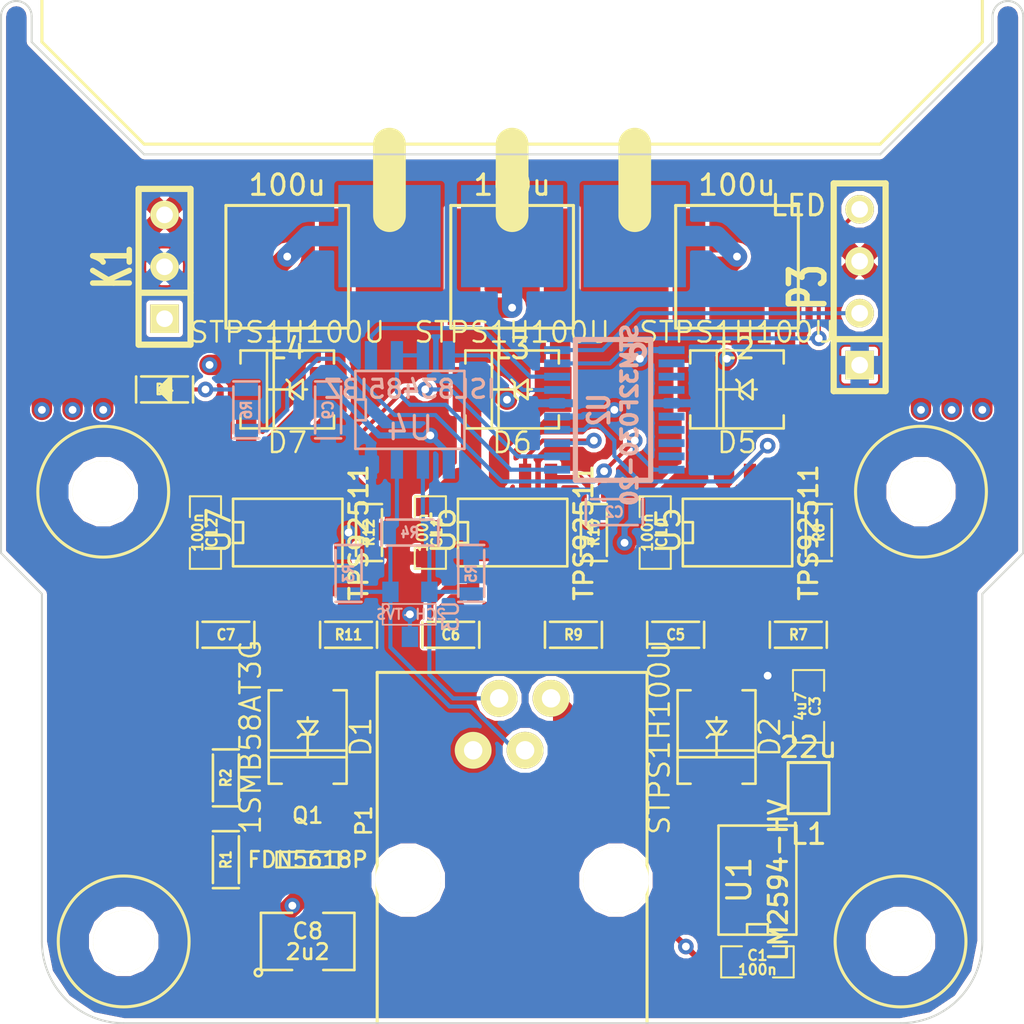
<source format=kicad_pcb>
(kicad_pcb (version 3) (host pcbnew "(2013-mar-13)-testing")
  (layers (15 F.Cu signal hide) (2 Inner2.Cu signal hide) (1 Inner1.Cu signal hide) (0 B.Cu signal hide) (18 B.Paste user) (19 F.Paste user) (20 B.SilkS user) (21 F.SilkS user) (22 B.Mask user) (23 F.Mask user) (28 Edge.Cuts user))
  (net 0 "")
  (net 1 +48V)
  (net 2 /DE)
  (net 3 /DriverB/DIM)
  (net 4 /DriverB/LEDCat)
  (net 5 /DriverG/DIM)
  (net 6 /DriverG/LEDCat)
  (net 7 /DriverR/DIM)
  (net 8 /DriverR/LEDCat)
  (net 9 /RX)
  (net 10 /SWCLK)
  (net 11 /SWDIO)
  (net 12 /TX)
  (net 13 /USR_LED)
  (net 14 GND)
  (net 15 N-0000013)
  (net 16 N-0000019)
  (net 17 N-000002)
  (net 18 N-0000022)
  (net 19 N-0000023)
  (net 20 N-0000024)
  (net 21 N-0000025)
  (net 22 N-0000028)
  (net 23 N-0000029)
  (net 24 N-0000030)
  (net 25 N-0000031)
  (net 26 N-0000032)
  (net 27 N-0000033)
  (net 28 N-0000034)
  (net 29 N-0000035)
  (net 30 N-0000036)
  (net 31 N-0000037)
  (net 32 N-0000038)
  (net 33 N-0000039)
  (net 34 N-000004)
  (net 35 N-0000040)
  (net 36 N-000006)
  (net 37 N-000007)
  (net 38 N-000008)
  (net 39 N-000009)
  (net 40 VCC)
  (module CHINESE-LARGE-LED (layer F.Cu) (at 175 143 180)
    (fp_text reference P2 (at 0 0 180) (layer F.SilkS))
    (fp_text value LED (at -14 -23 180) (layer F.SilkS))
    (pad 4 smd rect (at -6 -24.5 180) (size 5 5) (layers B.Cu B.Paste B.Mask) (net 8 /DriverR/LEDCat))
    (pad 3 smd rect (at 0 -24.5 180) (size 5 5) (layers B.Cu B.Paste B.Mask) (net 6 /DriverG/LEDCat))
    (pad 2 smd rect (at 6 -24.5 180) (size 5 5) (layers B.Cu B.Paste B.Mask) (net 4 /DriverB/LEDCat))
    (pad 0 smd rect (at 0 24.5 180) (size 16 5) (layers B.Cu B.Paste B.Mask))
    (pad 1 smd rect (at -21.5 -26.5 180) (size 5 11) (layers F.Cu F.Paste F.Mask) (net 1 +48V))
    (pad 1 smd rect (at 21.5 -26.5 180) (size 5 11) (layers F.Cu F.Paste F.Mask) (net 1 +48V))
  )
  (module HOLE (layer F.Cu) (at 194 202)
    (fp_text reference HOLE hide)
    (fp_text value VAL** hide)
    (pad "" np_thru_hole circle (at 0 0) (size 3 3) (drill 3) (layers *.Cu *.Mask F.SilkS))
  )
  (module HOLE (layer F.Cu) (at 156 202)
    (fp_text reference HOLE hide)
    (fp_text value VAL** hide)
    (pad "" np_thru_hole circle (at 0 0) (size 3 3) (drill 3) (layers *.Cu *.Mask F.SilkS))
  )
  (module HOLE (layer F.Cu) (at 195 180)
    (fp_text reference HOLE hide)
    (fp_text value VAL** hide)
    (pad "" np_thru_hole circle (at 0 0) (size 3 3) (drill 3) (layers *.Cu *.Mask F.SilkS))
  )
  (module HOLE (layer F.Cu) (at 155 180)
    (fp_text reference HOLE hide)
    (fp_text value VAL** hide)
    (pad "" np_thru_hole circle (at 0 0) (size 3 3) (drill 3) (layers *.Cu *.Mask F.SilkS))
  )
  (module SA0805 (layer F.Cu) (at 187 203)
    (fp_text reference C1 (at 0 -0.3175) (layer F.SilkS) (effects (font (size 0.50038 0.50038) (thickness 0.10922))))
    (fp_text value 100n (at 0 0.381) (layer F.SilkS) (effects (font (size 0.50038 0.50038) (thickness 0.10922))))
    (pad 1 smd rect (at -1.25 0) (size 0.889 1.397) (layers F.Cu F.Paste F.Mask) (net 1 +48V))
    (pad 2 smd rect (at 1.25 0) (size 0.889 1.397) (layers F.Cu F.Paste F.Mask) (net 14 GND))
  )
  (module SA0603 (layer B.Cu) (at 180 181)
    (fp_text reference C2 (at 0 0) (layer B.SilkS) (effects (font (size 0.508 0.4572) (thickness 0.1143)) (justify mirror)))
    (fp_text value 100n hide)
    (pad 1 smd rect (at -1 0) (size 0.635 1.143) (layers B.Cu B.Paste B.Mask) (net 40 VCC))
    (pad 2 smd rect (at 1 0) (size 0.635 1.143) (layers B.Cu B.Paste B.Mask) (net 14 GND))
  )
  (module SA0805 (layer F.Cu) (at 189.5 190.5 270)
    (fp_text reference C3 (at 0 -0.3175 270) (layer F.SilkS) (effects (font (size 0.50038 0.50038) (thickness 0.10922))))
    (fp_text value 4u7 (at 0 0.381 270) (layer F.SilkS) (effects (font (size 0.50038 0.50038) (thickness 0.10922))))
    (pad 1 smd rect (at -1.25 0 270) (size 0.889 1.397) (layers F.Cu F.Paste F.Mask) (net 40 VCC))
    (pad 2 smd rect (at 1.25 0 270) (size 0.889 1.397) (layers F.Cu F.Paste F.Mask) (net 14 GND))
  )
  (module SA0603 (layer F.Cu) (at 183 187)
    (fp_text reference C5 (at 0 0) (layer F.SilkS) (effects (font (size 0.508 0.4572) (thickness 0.1143))))
    (fp_text value 1u hide)
    (pad 1 smd rect (at -1 0) (size 0.635 1.143) (layers F.Cu F.Paste F.Mask) (net 23 N-0000029))
    (pad 2 smd rect (at 1 0) (size 0.635 1.143) (layers F.Cu F.Paste F.Mask) (net 14 GND))
  )
  (module SA0603 (layer F.Cu) (at 172 187)
    (fp_text reference C6 (at 0 0) (layer F.SilkS) (effects (font (size 0.508 0.4572) (thickness 0.1143))))
    (fp_text value 1u hide)
    (pad 1 smd rect (at -1 0) (size 0.635 1.143) (layers F.Cu F.Paste F.Mask) (net 27 N-0000033))
    (pad 2 smd rect (at 1 0) (size 0.635 1.143) (layers F.Cu F.Paste F.Mask) (net 14 GND))
  )
  (module SA0603 (layer F.Cu) (at 161 187)
    (fp_text reference C7 (at 0 0) (layer F.SilkS) (effects (font (size 0.508 0.4572) (thickness 0.1143))))
    (fp_text value 1u hide)
    (pad 1 smd rect (at -1 0) (size 0.635 1.143) (layers F.Cu F.Paste F.Mask) (net 31 N-0000037))
    (pad 2 smd rect (at 1 0) (size 0.635 1.143) (layers F.Cu F.Paste F.Mask) (net 14 GND))
  )
  (module SM1210 (layer F.Cu) (at 165 202)
    (fp_text reference C8 (at 0 -0.508) (layer F.SilkS) (effects (font (size 0.762 0.762) (thickness 0.127))))
    (fp_text value 2u2 (at 0 0.508) (layer F.SilkS) (effects (font (size 0.762 0.762) (thickness 0.127))))
    (pad 1 smd rect (at -1.524 0) (size 1.27 2.54) (layers F.Cu F.Paste F.Mask) (net 1 +48V))
    (pad 2 smd rect (at 1.524 0) (size 1.27 2.54) (layers F.Cu F.Paste F.Mask) (net 14 GND))
  )
  (module SA0603 (layer B.Cu) (at 166 176 90)
    (fp_text reference C9 (at 0 0 90) (layer B.SilkS) (effects (font (size 0.508 0.4572) (thickness 0.1143)) (justify mirror)))
    (fp_text value 100n hide)
    (pad 1 smd rect (at -1 0 90) (size 0.635 1.143) (layers B.Cu B.Paste B.Mask) (net 40 VCC))
    (pad 2 smd rect (at 1 0 90) (size 0.635 1.143) (layers B.Cu B.Paste B.Mask) (net 14 GND))
  )
  (module "DO-214AA(SMB)" (layer F.Cu) (at 165 192 270)
    (fp_text reference D1 (at 0 -2.60096 270) (layer F.SilkS) (effects (font (size 1.00076 1.00076) (thickness 0.11938))))
    (fp_text value 1SMB58AT3G (at 0 2.79908 270) (layer F.SilkS) (effects (font (size 1.00076 1.00076) (thickness 0.11938))))
    (pad 1 smd rect (at -2.0066 0 270) (size 1.80086 2.19964) (layers F.Cu F.Paste F.Mask) (net 14 GND))
    (pad 2 smd rect (at 2.0066 0 270) (size 1.80086 2.19964) (layers F.Cu F.Paste F.Mask) (net 34 N-000004))
  )
  (module "DO-214AA(SMB)" (layer F.Cu) (at 185 192 270)
    (fp_text reference D2 (at 0 -2.60096 270) (layer F.SilkS) (effects (font (size 1.00076 1.00076) (thickness 0.11938))))
    (fp_text value STPS1H100U (at 0 2.79908 270) (layer F.SilkS) (effects (font (size 1.00076 1.00076) (thickness 0.11938))))
    (pad 1 smd rect (at -2.0066 0 270) (size 1.80086 2.19964) (layers F.Cu F.Paste F.Mask) (net 14 GND))
    (pad 2 smd rect (at 2.0066 0 270) (size 1.80086 2.19964) (layers F.Cu F.Paste F.Mask) (net 36 N-000006))
  )
  (module SA0603_LED (layer F.Cu) (at 158 175 180)
    (fp_text reference D4 (at 0 0 180) (layer F.SilkS) (effects (font (size 0.508 0.4572) (thickness 0.1143))))
    (fp_text value USR hide)
    (pad 1 smd rect (at -1 0 180) (size 0.635 1.143) (layers F.Cu F.Paste F.Mask) (net 16 N-0000019))
    (pad 2 smd rect (at 1 0 180) (size 0.635 1.143) (layers F.Cu F.Paste F.Mask) (net 14 GND))
  )
  (module "DO-214AA(SMB)" (layer F.Cu) (at 186 175 180)
    (fp_text reference D5 (at 0 -2.60096 180) (layer F.SilkS) (effects (font (size 1.00076 1.00076) (thickness 0.11938))))
    (fp_text value STPS1H100U (at 0 2.79908 180) (layer F.SilkS) (effects (font (size 1.00076 1.00076) (thickness 0.11938))))
    (pad 1 smd rect (at -2.0066 0 180) (size 1.80086 2.19964) (layers F.Cu F.Paste F.Mask) (net 26 N-0000032))
    (pad 2 smd rect (at 2.0066 0 180) (size 1.80086 2.19964) (layers F.Cu F.Paste F.Mask) (net 1 +48V))
  )
  (module "DO-214AA(SMB)" (layer F.Cu) (at 175 175 180)
    (fp_text reference D6 (at 0 -2.60096 180) (layer F.SilkS) (effects (font (size 1.00076 1.00076) (thickness 0.11938))))
    (fp_text value STPS1H100U (at 0 2.79908 180) (layer F.SilkS) (effects (font (size 1.00076 1.00076) (thickness 0.11938))))
    (pad 1 smd rect (at -2.0066 0 180) (size 1.80086 2.19964) (layers F.Cu F.Paste F.Mask) (net 29 N-0000035))
    (pad 2 smd rect (at 2.0066 0 180) (size 1.80086 2.19964) (layers F.Cu F.Paste F.Mask) (net 1 +48V))
  )
  (module "DO-214AA(SMB)" (layer F.Cu) (at 164 175 180)
    (fp_text reference D7 (at 0 -2.60096 180) (layer F.SilkS) (effects (font (size 1.00076 1.00076) (thickness 0.11938))))
    (fp_text value STPS1H100U (at 0 2.79908 180) (layer F.SilkS) (effects (font (size 1.00076 1.00076) (thickness 0.11938))))
    (pad 1 smd rect (at -2.0066 0 180) (size 1.80086 2.19964) (layers F.Cu F.Paste F.Mask) (net 33 N-0000039))
    (pad 2 smd rect (at 2.0066 0 180) (size 1.80086 2.19964) (layers F.Cu F.Paste F.Mask) (net 1 +48V))
  )
  (module SIL-3 (layer F.Cu) (at 158 169 90)
    (fp_text reference K1 (at 0 -2.54 90) (layer F.SilkS) (effects (font (size 1.7907 1.07696) (thickness 0.3048))))
    (fp_text value PWR_TEST hide)
    (pad 1 thru_hole rect (at -2.54 0 90) (size 1.397 1.397) (drill 0.8128) (layers *.Cu *.Mask F.SilkS) (net 1 +48V))
    (pad 2 thru_hole circle (at 0 0 90) (size 1.397 1.397) (drill 0.8128) (layers *.Cu *.Mask F.SilkS) (net 40 VCC))
    (pad 3 thru_hole circle (at 2.54 0 90) (size 1.397 1.397) (drill 0.8128) (layers *.Cu *.Mask F.SilkS) (net 14 GND))
  )
  (module Assman-6p4c (layer F.Cu) (at 175 199)
    (fp_text reference P1 (at -7.25 -2.9 90) (layer F.SilkS) (effects (font (size 0.762 0.762) (thickness 0.13))))
    (fp_text value mod_jack_in hide)
    (pad "" np_thru_hole circle (at -5.08 0) (size 3.2 3.2) (drill 3.2) (layers *.Cu *.Mask F.SilkS))
    (pad "" np_thru_hole circle (at 5.08 0) (size 3.2 3.2) (drill 3.2) (layers *.Cu *.Mask F.SilkS))
    (pad 1 thru_hole circle (at -1.905 -6.35) (size 1.8 1.8) (drill 0.9) (layers *.Cu *.Mask F.SilkS) (net 14 GND))
    (pad 2 thru_hole circle (at -0.635 -8.89) (size 1.8 1.8) (drill 0.9) (layers *.Cu *.Mask F.SilkS) (net 22 N-0000028))
    (pad 3 thru_hole circle (at 0.635 -6.35) (size 1.8 1.8) (drill 0.9) (layers *.Cu *.Mask F.SilkS) (net 21 N-0000025))
    (pad 4 thru_hole circle (at 1.905 -8.89) (size 1.8 1.8) (drill 0.9) (layers *.Cu *.Mask F.SilkS) (net 34 N-000004))
  )
  (module SIL-4 (layer F.Cu) (at 192 170 90)
    (fp_text reference P3 (at 0 -2.54 90) (layer F.SilkS) (effects (font (size 1.73482 1.08712) (thickness 0.3048))))
    (fp_text value SWD hide)
    (pad 1 thru_hole rect (at -3.81 0 90) (size 1.397 1.397) (drill 0.8128) (layers *.Cu *.Mask F.SilkS) (net 40 VCC))
    (pad 2 thru_hole circle (at -1.27 0 90) (size 1.397 1.397) (drill 0.8128) (layers *.Cu *.Mask F.SilkS) (net 10 /SWCLK))
    (pad 3 thru_hole circle (at 1.27 0 90) (size 1.397 1.397) (drill 0.8128) (layers *.Cu *.Mask F.SilkS) (net 14 GND))
    (pad 4 thru_hole circle (at 3.81 0 90) (size 1.397 1.397) (drill 0.8128) (layers *.Cu *.Mask F.SilkS) (net 11 /SWDIO))
  )
  (module SA0603 (layer F.Cu) (at 161 198 270)
    (fp_text reference R1 (at 0 0 270) (layer F.SilkS) (effects (font (size 0.508 0.4572) (thickness 0.1143))))
    (fp_text value 22K hide)
    (pad 1 smd rect (at -1 0 270) (size 0.635 1.143) (layers F.Cu F.Paste F.Mask) (net 34 N-000004))
    (pad 2 smd rect (at 1 0 270) (size 0.635 1.143) (layers F.Cu F.Paste F.Mask) (net 17 N-000002))
  )
  (module SA0603 (layer F.Cu) (at 161 194 90)
    (fp_text reference R2 (at 0 0 90) (layer F.SilkS) (effects (font (size 0.508 0.4572) (thickness 0.1143))))
    (fp_text value 47K hide)
    (pad 1 smd rect (at -1 0 90) (size 0.635 1.143) (layers F.Cu F.Paste F.Mask) (net 17 N-000002))
    (pad 2 smd rect (at 1 0 90) (size 0.635 1.143) (layers F.Cu F.Paste F.Mask) (net 14 GND))
  )
  (module SA0603 (layer B.Cu) (at 167 184 270)
    (fp_text reference R3 (at 0 0 270) (layer B.SilkS) (effects (font (size 0.508 0.4572) (thickness 0.1143)) (justify mirror)))
    (fp_text value 680R hide)
    (pad 1 smd rect (at -1 0 270) (size 0.635 1.143) (layers B.Cu B.Paste B.Mask) (net 14 GND))
    (pad 2 smd rect (at 1 0 270) (size 0.635 1.143) (layers B.Cu B.Paste B.Mask) (net 21 N-0000025))
  )
  (module SA0603 (layer B.Cu) (at 170 182)
    (fp_text reference R4 (at 0 0) (layer B.SilkS) (effects (font (size 0.508 0.4572) (thickness 0.1143)) (justify mirror)))
    (fp_text value 120R hide)
    (pad 1 smd rect (at -1 0) (size 0.635 1.143) (layers B.Cu B.Paste B.Mask) (net 21 N-0000025))
    (pad 2 smd rect (at 1 0) (size 0.635 1.143) (layers B.Cu B.Paste B.Mask) (net 22 N-0000028))
  )
  (module SA0603 (layer B.Cu) (at 173 184 90)
    (fp_text reference R5 (at 0 0 90) (layer B.SilkS) (effects (font (size 0.508 0.4572) (thickness 0.1143)) (justify mirror)))
    (fp_text value 680R hide)
    (pad 1 smd rect (at -1 0 90) (size 0.635 1.143) (layers B.Cu B.Paste B.Mask) (net 22 N-0000028))
    (pad 2 smd rect (at 1 0 90) (size 0.635 1.143) (layers B.Cu B.Paste B.Mask) (net 40 VCC))
  )
  (module SA0603 (layer B.Cu) (at 162 176 90)
    (fp_text reference R6 (at 0 0 90) (layer B.SilkS) (effects (font (size 0.508 0.4572) (thickness 0.1143)) (justify mirror)))
    (fp_text value 220R hide)
    (pad 1 smd rect (at -1 0 90) (size 0.635 1.143) (layers B.Cu B.Paste B.Mask) (net 13 /USR_LED))
    (pad 2 smd rect (at 1 0 90) (size 0.635 1.143) (layers B.Cu B.Paste B.Mask) (net 16 N-0000019))
  )
  (module SA0603 (layer F.Cu) (at 189 187 180)
    (fp_text reference R7 (at 0 0 180) (layer F.SilkS) (effects (font (size 0.508 0.4572) (thickness 0.1143))))
    (fp_text value 5K hide)
    (pad 1 smd rect (at -1 0 180) (size 0.635 1.143) (layers F.Cu F.Paste F.Mask) (net 14 GND))
    (pad 2 smd rect (at 1 0 180) (size 0.635 1.143) (layers F.Cu F.Paste F.Mask) (net 24 N-0000030))
  )
  (module SA0603 (layer F.Cu) (at 190 182 90)
    (fp_text reference R8 (at 0 0 90) (layer F.SilkS) (effects (font (size 0.508 0.4572) (thickness 0.1143))))
    (fp_text value 20K hide)
    (pad 1 smd rect (at -1 0 90) (size 0.635 1.143) (layers F.Cu F.Paste F.Mask) (net 14 GND))
    (pad 2 smd rect (at 1 0 90) (size 0.635 1.143) (layers F.Cu F.Paste F.Mask) (net 25 N-0000031))
  )
  (module SA0603 (layer F.Cu) (at 178 187 180)
    (fp_text reference R9 (at 0 0 180) (layer F.SilkS) (effects (font (size 0.508 0.4572) (thickness 0.1143))))
    (fp_text value 5K hide)
    (pad 1 smd rect (at -1 0 180) (size 0.635 1.143) (layers F.Cu F.Paste F.Mask) (net 14 GND))
    (pad 2 smd rect (at 1 0 180) (size 0.635 1.143) (layers F.Cu F.Paste F.Mask) (net 30 N-0000036))
  )
  (module SA0603 (layer F.Cu) (at 179 182 90)
    (fp_text reference R10 (at 0 0 90) (layer F.SilkS) (effects (font (size 0.508 0.4572) (thickness 0.1143))))
    (fp_text value 20K hide)
    (pad 1 smd rect (at -1 0 90) (size 0.635 1.143) (layers F.Cu F.Paste F.Mask) (net 14 GND))
    (pad 2 smd rect (at 1 0 90) (size 0.635 1.143) (layers F.Cu F.Paste F.Mask) (net 28 N-0000034))
  )
  (module SA0603 (layer F.Cu) (at 167 187 180)
    (fp_text reference R11 (at 0 0 180) (layer F.SilkS) (effects (font (size 0.508 0.4572) (thickness 0.1143))))
    (fp_text value 5K hide)
    (pad 1 smd rect (at -1 0 180) (size 0.635 1.143) (layers F.Cu F.Paste F.Mask) (net 14 GND))
    (pad 2 smd rect (at 1 0 180) (size 0.635 1.143) (layers F.Cu F.Paste F.Mask) (net 35 N-0000040))
  )
  (module SA0603 (layer F.Cu) (at 168 182 90)
    (fp_text reference R12 (at 0 0 90) (layer F.SilkS) (effects (font (size 0.508 0.4572) (thickness 0.1143))))
    (fp_text value 20K hide)
    (pad 1 smd rect (at -1 0 90) (size 0.635 1.143) (layers F.Cu F.Paste F.Mask) (net 14 GND))
    (pad 2 smd rect (at 1 0 90) (size 0.635 1.143) (layers F.Cu F.Paste F.Mask) (net 32 N-0000038))
  )
  (module SO8E (layer F.Cu) (at 187 199 90)
    (fp_text reference U1 (at 0 -0.889 90) (layer F.SilkS) (effects (font (size 1.143 1.143) (thickness 0.1524))))
    (fp_text value LM2594-HV (at 0 1.016 90) (layer F.SilkS) (effects (font (size 0.889 0.889) (thickness 0.1524))))
    (pad 8 smd rect (at -1.905 -2.667 90) (size 0.59944 1.39954) (layers F.Cu F.Paste F.Mask) (net 36 N-000006))
    (pad 1 smd rect (at -1.905 2.667 90) (size 0.59944 1.39954) (layers F.Cu F.Paste F.Mask) (net 14 GND))
    (pad 7 smd rect (at -0.635 -2.667 90) (size 0.59944 1.39954) (layers F.Cu F.Paste F.Mask) (net 1 +48V))
    (pad 6 smd rect (at 0.635 -2.667 90) (size 0.59944 1.39954) (layers F.Cu F.Paste F.Mask) (net 14 GND))
    (pad 5 smd rect (at 1.905 -2.667 90) (size 0.59944 1.39954) (layers F.Cu F.Paste F.Mask) (net 14 GND))
    (pad 2 smd rect (at -0.635 2.667 90) (size 0.59944 1.39954) (layers F.Cu F.Paste F.Mask) (net 14 GND))
    (pad 3 smd rect (at 0.635 2.667 90) (size 0.59944 1.39954) (layers F.Cu F.Paste F.Mask) (net 14 GND))
    (pad 4 smd rect (at 1.905 2.667 90) (size 0.59944 1.39954) (layers F.Cu F.Paste F.Mask) (net 40 VCC))
  )
  (module TSSOP20 (layer B.Cu) (at 180 176 270)
    (fp_text reference U2 (at 0 0.7493 270) (layer B.SilkS) (effects (font (size 1.016 0.762) (thickness 0.1905)) (justify mirror)))
    (fp_text value STM32F030-20 (at 0.24892 -0.7493 270) (layer B.SilkS) (effects (font (size 0.762 0.762) (thickness 0.1905)) (justify mirror)))
    (pad 20 smd rect (at -2.925 2.79908 270) (size 0.381 1.27) (layers B.Cu B.Paste B.Mask) (net 10 /SWCLK))
    (pad 19 smd rect (at -2.275 2.79908 270) (size 0.381 1.27) (layers B.Cu B.Paste B.Mask) (net 11 /SWDIO))
    (pad 18 smd rect (at -1.625 2.79908 270) (size 0.381 1.27) (layers B.Cu B.Paste B.Mask) (net 9 /RX))
    (pad 17 smd rect (at -0.975 2.79908 270) (size 0.381 1.27) (layers B.Cu B.Paste B.Mask) (net 12 /TX))
    (pad 10 smd rect (at 2.92584 -2.79908 270) (size 0.381 1.27) (layers B.Cu B.Paste B.Mask) (net 13 /USR_LED))
    (pad 9 smd rect (at 2.275 -2.79908 270) (size 0.381 1.27) (layers B.Cu B.Paste B.Mask) (net 39 N-000009))
    (pad 1 smd rect (at -2.92584 -2.79908 270) (size 0.381 1.27) (layers B.Cu B.Paste B.Mask) (net 14 GND))
    (pad 2 smd rect (at -2.2756 -2.79908 270) (size 0.381 1.27) (layers B.Cu B.Paste B.Mask) (net 20 N-0000024))
    (pad 3 smd rect (at -1.62536 -2.79908 270) (size 0.381 1.27) (layers B.Cu B.Paste B.Mask) (net 19 N-0000023))
    (pad 4 smd rect (at -0.97512 -2.79908 270) (size 0.381 1.27) (layers B.Cu B.Paste B.Mask) (net 15 N-0000013))
    (pad 5 smd rect (at -0.32488 -2.79908 270) (size 0.381 1.27) (layers B.Cu B.Paste B.Mask) (net 40 VCC))
    (pad 6 smd rect (at 0.32536 -2.79908 270) (size 0.381 1.27) (layers B.Cu B.Paste B.Mask) (net 18 N-0000022))
    (pad 7 smd rect (at 0.9756 -2.79908 270) (size 0.381 1.27) (layers B.Cu B.Paste B.Mask) (net 37 N-000007))
    (pad 8 smd rect (at 1.62584 -2.79908 270) (size 0.381 1.27) (layers B.Cu B.Paste B.Mask) (net 38 N-000008))
    (pad 11 smd rect (at 2.92536 2.79908 270) (size 0.381 1.27) (layers B.Cu B.Paste B.Mask) (net 2 /DE))
    (pad 12 smd rect (at 2.27512 2.79908 270) (size 0.381 1.27) (layers B.Cu B.Paste B.Mask) (net 3 /DriverB/DIM))
    (pad 13 smd rect (at 1.62488 2.79908 270) (size 0.381 1.27) (layers B.Cu B.Paste B.Mask) (net 5 /DriverG/DIM))
    (pad 14 smd rect (at 0.97464 2.79908 270) (size 0.381 1.27) (layers B.Cu B.Paste B.Mask) (net 7 /DriverR/DIM))
    (pad 15 smd rect (at 0.3244 2.79908 270) (size 0.381 1.27) (layers B.Cu B.Paste B.Mask) (net 14 GND))
    (pad 16 smd rect (at -0.32584 2.79908 270) (size 0.381 1.27) (layers B.Cu B.Paste B.Mask) (net 40 VCC))
  )
  (module SO8_WITH_EP (layer F.Cu) (at 186 182)
    (fp_text reference U5 (at -3.35026 -0.09906 90) (layer F.SilkS) (effects (font (size 1.143 1.143) (thickness 0.1524))))
    (fp_text value TPS92511 (at 3.50012 0 90) (layer F.SilkS) (effects (font (size 0.889 0.889) (thickness 0.1524))))
    (pad 8 smd rect (at -1.905 -2.667) (size 0.59944 1.39954) (layers F.Cu F.Paste F.Mask) (net 1 +48V))
    (pad 1 smd rect (at -1.905 2.667) (size 0.59944 1.39954) (layers F.Cu F.Paste F.Mask) (net 23 N-0000029))
    (pad 7 smd rect (at -0.635 -2.667) (size 0.59944 1.39954) (layers F.Cu F.Paste F.Mask) (net 26 N-0000032))
    (pad 6 smd rect (at 0.635 -2.667) (size 0.59944 1.39954) (layers F.Cu F.Paste F.Mask) (net 7 /DriverR/DIM))
    (pad 5 smd rect (at 1.905 -2.667) (size 0.59944 1.39954) (layers F.Cu F.Paste F.Mask) (net 25 N-0000031))
    (pad 2 smd rect (at -0.635 2.667) (size 0.59944 1.39954) (layers F.Cu F.Paste F.Mask) (net 14 GND))
    (pad 3 smd rect (at 0.635 2.667) (size 0.59944 1.39954) (layers F.Cu F.Paste F.Mask) (net 24 N-0000030))
    (pad 4 smd rect (at 1.905 2.667) (size 0.59944 1.39954) (layers F.Cu F.Paste F.Mask) (net 14 GND))
    (pad 9 smd rect (at 0 0) (size 4.0005 2.79908) (layers F.Cu F.Paste F.Mask) (net 14 GND))
  )
  (module SO8_WITH_EP (layer F.Cu) (at 175 182)
    (fp_text reference U6 (at -3.35026 -0.09906 90) (layer F.SilkS) (effects (font (size 1.143 1.143) (thickness 0.1524))))
    (fp_text value TPS92511 (at 3.50012 0 90) (layer F.SilkS) (effects (font (size 0.889 0.889) (thickness 0.1524))))
    (pad 8 smd rect (at -1.905 -2.667) (size 0.59944 1.39954) (layers F.Cu F.Paste F.Mask) (net 1 +48V))
    (pad 1 smd rect (at -1.905 2.667) (size 0.59944 1.39954) (layers F.Cu F.Paste F.Mask) (net 27 N-0000033))
    (pad 7 smd rect (at -0.635 -2.667) (size 0.59944 1.39954) (layers F.Cu F.Paste F.Mask) (net 29 N-0000035))
    (pad 6 smd rect (at 0.635 -2.667) (size 0.59944 1.39954) (layers F.Cu F.Paste F.Mask) (net 5 /DriverG/DIM))
    (pad 5 smd rect (at 1.905 -2.667) (size 0.59944 1.39954) (layers F.Cu F.Paste F.Mask) (net 28 N-0000034))
    (pad 2 smd rect (at -0.635 2.667) (size 0.59944 1.39954) (layers F.Cu F.Paste F.Mask) (net 14 GND))
    (pad 3 smd rect (at 0.635 2.667) (size 0.59944 1.39954) (layers F.Cu F.Paste F.Mask) (net 30 N-0000036))
    (pad 4 smd rect (at 1.905 2.667) (size 0.59944 1.39954) (layers F.Cu F.Paste F.Mask) (net 14 GND))
    (pad 9 smd rect (at 0 0) (size 4.0005 2.79908) (layers F.Cu F.Paste F.Mask) (net 14 GND))
  )
  (module SO8_WITH_EP (layer F.Cu) (at 164 182)
    (fp_text reference U7 (at -3.35026 -0.09906 90) (layer F.SilkS) (effects (font (size 1.143 1.143) (thickness 0.1524))))
    (fp_text value TPS92511 (at 3.50012 0 90) (layer F.SilkS) (effects (font (size 0.889 0.889) (thickness 0.1524))))
    (pad 8 smd rect (at -1.905 -2.667) (size 0.59944 1.39954) (layers F.Cu F.Paste F.Mask) (net 1 +48V))
    (pad 1 smd rect (at -1.905 2.667) (size 0.59944 1.39954) (layers F.Cu F.Paste F.Mask) (net 31 N-0000037))
    (pad 7 smd rect (at -0.635 -2.667) (size 0.59944 1.39954) (layers F.Cu F.Paste F.Mask) (net 33 N-0000039))
    (pad 6 smd rect (at 0.635 -2.667) (size 0.59944 1.39954) (layers F.Cu F.Paste F.Mask) (net 3 /DriverB/DIM))
    (pad 5 smd rect (at 1.905 -2.667) (size 0.59944 1.39954) (layers F.Cu F.Paste F.Mask) (net 32 N-0000038))
    (pad 2 smd rect (at -0.635 2.667) (size 0.59944 1.39954) (layers F.Cu F.Paste F.Mask) (net 14 GND))
    (pad 3 smd rect (at 0.635 2.667) (size 0.59944 1.39954) (layers F.Cu F.Paste F.Mask) (net 35 N-0000040))
    (pad 4 smd rect (at 1.905 2.667) (size 0.59944 1.39954) (layers F.Cu F.Paste F.Mask) (net 14 GND))
    (pad 9 smd rect (at 0 0) (size 4.0005 2.79908) (layers F.Cu F.Paste F.Mask) (net 14 GND))
  )
  (module SA0805 (layer F.Cu) (at 182 182 270)
    (fp_text reference C10 (at 0 -0.3175 270) (layer F.SilkS) (effects (font (size 0.50038 0.50038) (thickness 0.10922))))
    (fp_text value 100n (at 0 0.381 270) (layer F.SilkS) (effects (font (size 0.50038 0.50038) (thickness 0.10922))))
    (pad 1 smd rect (at -1.25 0 270) (size 0.889 1.397) (layers F.Cu F.Paste F.Mask) (net 1 +48V))
    (pad 2 smd rect (at 1.25 0 270) (size 0.889 1.397) (layers F.Cu F.Paste F.Mask) (net 14 GND))
  )
  (module SA0805 (layer F.Cu) (at 171 182 270)
    (fp_text reference C11 (at 0 -0.3175 270) (layer F.SilkS) (effects (font (size 0.50038 0.50038) (thickness 0.10922))))
    (fp_text value 100n (at 0 0.381 270) (layer F.SilkS) (effects (font (size 0.50038 0.50038) (thickness 0.10922))))
    (pad 1 smd rect (at -1.25 0 270) (size 0.889 1.397) (layers F.Cu F.Paste F.Mask) (net 1 +48V))
    (pad 2 smd rect (at 1.25 0 270) (size 0.889 1.397) (layers F.Cu F.Paste F.Mask) (net 14 GND))
  )
  (module SA0805 (layer F.Cu) (at 160 182 270)
    (fp_text reference C12 (at 0 -0.3175 270) (layer F.SilkS) (effects (font (size 0.50038 0.50038) (thickness 0.10922))))
    (fp_text value 100n (at 0 0.381 270) (layer F.SilkS) (effects (font (size 0.50038 0.50038) (thickness 0.10922))))
    (pad 1 smd rect (at -1.25 0 270) (size 0.889 1.397) (layers F.Cu F.Paste F.Mask) (net 1 +48V))
    (pad 2 smd rect (at 1.25 0 270) (size 0.889 1.397) (layers F.Cu F.Paste F.Mask) (net 14 GND))
  )
  (module SOT23 (layer B.Cu) (at 170 186)
    (fp_text reference U3 (at 1.99898 0.09906 270) (layer B.SilkS) (effects (font (size 0.762 0.762) (thickness 0.11938)) (justify mirror)))
    (fp_text value 2CH-TVS (at 0.0635 0) (layer B.SilkS) (effects (font (size 0.50038 0.50038) (thickness 0.09906)) (justify mirror)))
    (pad 3 smd rect (at 0 1.09982) (size 0.8001 1.00076) (layers B.Cu B.Paste B.Mask) (net 14 GND))
    (pad 2 smd rect (at 0.9525 -1.09982) (size 0.8001 1.00076) (layers B.Cu B.Paste B.Mask) (net 22 N-0000028))
    (pad 1 smd rect (at -0.9525 -1.09982) (size 0.8001 1.00076) (layers B.Cu B.Paste B.Mask) (net 21 N-0000025))
  )
  (module SO8E (layer B.Cu) (at 170 176)
    (fp_text reference U4 (at 0 0.889) (layer B.SilkS) (effects (font (size 1.143 1.143) (thickness 0.1524)) (justify mirror)))
    (fp_text value ISL83485IBZ (at 0 -1.016) (layer B.SilkS) (effects (font (size 0.889 0.889) (thickness 0.1524)) (justify mirror)))
    (pad 8 smd rect (at -1.905 2.667) (size 0.59944 1.39954) (layers B.Cu B.Paste B.Mask) (net 40 VCC))
    (pad 1 smd rect (at -1.905 -2.667) (size 0.59944 1.39954) (layers B.Cu B.Paste B.Mask) (net 9 /RX))
    (pad 7 smd rect (at -0.635 2.667) (size 0.59944 1.39954) (layers B.Cu B.Paste B.Mask) (net 21 N-0000025))
    (pad 6 smd rect (at 0.635 2.667) (size 0.59944 1.39954) (layers B.Cu B.Paste B.Mask) (net 22 N-0000028))
    (pad 5 smd rect (at 1.905 2.667) (size 0.59944 1.39954) (layers B.Cu B.Paste B.Mask) (net 14 GND))
    (pad 2 smd rect (at -0.635 -2.667) (size 0.59944 1.39954) (layers B.Cu B.Paste B.Mask) (net 2 /DE))
    (pad 3 smd rect (at 0.635 -2.667) (size 0.59944 1.39954) (layers B.Cu B.Paste B.Mask) (net 2 /DE))
    (pad 4 smd rect (at 1.905 -2.667) (size 0.59944 1.39954) (layers B.Cu B.Paste B.Mask) (net 12 /TX))
  )
  (module NRS6028T101MMGJ (layer F.Cu) (at 186 169)
    (fp_text reference L2 (at 0 4) (layer F.SilkS))
    (fp_text value 100u (at 0 -4) (layer F.SilkS))
    (pad 1 smd rect (at 2.35 0) (size 1.6 5.7) (layers F.Cu F.Paste F.Mask) (net 26 N-0000032))
    (pad 2 smd rect (at -2.35 0) (size 1.6 5.7) (layers F.Cu F.Paste F.Mask) (net 8 /DriverR/LEDCat))
  )
  (module NRS6028T101MMGJ (layer F.Cu) (at 175 169)
    (fp_text reference L3 (at 0 4) (layer F.SilkS))
    (fp_text value 100u (at 0 -4) (layer F.SilkS))
    (pad 1 smd rect (at 2.35 0) (size 1.6 5.7) (layers F.Cu F.Paste F.Mask) (net 29 N-0000035))
    (pad 2 smd rect (at -2.35 0) (size 1.6 5.7) (layers F.Cu F.Paste F.Mask) (net 6 /DriverG/LEDCat))
  )
  (module NRS6028T101MMGJ (layer F.Cu) (at 164 169)
    (fp_text reference L4 (at 0 4) (layer F.SilkS))
    (fp_text value 100u (at 0 -4) (layer F.SilkS))
    (pad 1 smd rect (at 2.35 0) (size 1.6 5.7) (layers F.Cu F.Paste F.Mask) (net 33 N-0000039))
    (pad 2 smd rect (at -2.35 0) (size 1.6 5.7) (layers F.Cu F.Paste F.Mask) (net 4 /DriverB/LEDCat))
  )
  (module VLF-M (layer F.Cu) (at 189.5 194.5)
    (fp_text reference L1 (at 0 2.25) (layer F.SilkS))
    (fp_text value 22u (at 0 -2) (layer F.SilkS))
    (pad 1 smd rect (at -0.675 0) (size 0.75 1.3) (layers F.Cu F.Paste F.Mask) (net 36 N-000006))
    (pad 2 smd rect (at 0.675 0) (size 0.75 1.3) (layers F.Cu F.Paste F.Mask) (net 40 VCC))
  )
  (module SOT23GDS (layer F.Cu) (at 165 198)
    (fp_text reference Q1 (at 0 -2.159) (layer F.SilkS) (effects (font (size 0.762 0.762) (thickness 0.12954))))
    (fp_text value FDN5618P (at 0 0) (layer F.SilkS) (effects (font (size 0.762 0.762) (thickness 0.12954))))
    (pad S smd rect (at -0.889 -1.016) (size 0.9144 0.9144) (layers F.Cu F.Paste F.Mask) (net 34 N-000004))
    (pad G smd rect (at 0.889 -1.016) (size 0.9144 0.9144) (layers F.Cu F.Paste F.Mask) (net 17 N-000002))
    (pad D smd rect (at 0 1.016) (size 0.9144 0.9144) (layers F.Cu F.Paste F.Mask) (net 1 +48V))
  )
  (gr_line (start 200 183) (end 200 156.75) (angle 90) (layer Edge.Cuts) (width 0.1))
  (gr_line (start 198 202) (end 198 185) (angle 90) (layer Edge.Cuts) (width 0.1))
  (gr_line (start 152 185) (end 152 202) (angle 90) (layer Edge.Cuts) (width 0.1))
  (gr_line (start 150 156.75) (end 150 183) (angle 90) (layer Edge.Cuts) (width 0.1))
  (gr_line (start 156 206) (end 194 206) (angle 90) (layer Edge.Cuts) (width 0.1))
  (gr_arc (start 156 202) (end 156 206) (angle 90) (layer Edge.Cuts) (width 0.1))
  (gr_arc (start 194 202) (end 198 202) (angle 90) (layer Edge.Cuts) (width 0.1))
  (gr_line (start 198.5 156.75) (end 198.5 158) (angle 90) (layer Edge.Cuts) (width 0.1))
  (gr_arc (start 199.25 156.75) (end 198.5 156.75) (angle 180) (layer Edge.Cuts) (width 0.1))
  (gr_line (start 151.5 156.75) (end 151.5 158) (angle 90) (layer Edge.Cuts) (width 0.1))
  (gr_arc (start 150.75 156.75) (end 150 156.75) (angle 180) (layer Edge.Cuts) (width 0.1))
  (gr_line (start 198 185) (end 200 183) (angle 90) (layer Edge.Cuts) (width 0.1))
  (gr_line (start 152 185) (end 150 183) (angle 90) (layer Edge.Cuts) (width 0.1))
  (gr_line (start 193 163.5) (end 198.5 158) (angle 90) (layer Edge.Cuts) (width 0.1))
  (gr_line (start 157 163.5) (end 193 163.5) (angle 90) (layer Edge.Cuts) (width 0.1))
  (gr_line (start 151.5 158) (end 157 163.5) (angle 90) (layer Edge.Cuts) (width 0.1))
  (segment (start 196.5 169.5) (end 198 171) (width 1) (layer F.Cu) (net 1))
  (via (at 198 176) (size 0.762) (layers F.Cu B.Cu) (net 1))
  (segment (start 198 171) (end 198 176) (width 1) (layer F.Cu) (net 1))
  (segment (start 196.5 169.5) (end 195 171) (width 1) (layer F.Cu) (net 1))
  (via (at 195 176) (size 0.762) (layers F.Cu B.Cu) (net 1))
  (segment (start 195 171) (end 195 176) (width 1) (layer F.Cu) (net 1))
  (segment (start 196.5 169.5) (end 196.5 176) (width 1) (layer F.Cu) (net 1))
  (via (at 196.5 176) (size 0.762) (layers F.Cu B.Cu) (net 1))
  (segment (start 153.5 169.5) (end 155 171) (width 1) (layer F.Cu) (net 1))
  (via (at 155 176) (size 0.762) (layers F.Cu B.Cu) (net 1))
  (segment (start 155 171) (end 155 176) (width 1) (layer F.Cu) (net 1))
  (segment (start 153.5 169.5) (end 152 171) (width 1) (layer F.Cu) (net 1))
  (via (at 152 176) (size 0.762) (layers F.Cu B.Cu) (net 1))
  (segment (start 152 171) (end 152 176) (width 1) (layer F.Cu) (net 1))
  (segment (start 153.5 169.5) (end 153.5 176) (width 1) (layer F.Cu) (net 1))
  (via (at 153.5 176) (size 0.762) (layers F.Cu B.Cu) (net 1))
  (segment (start 183.9934 175) (end 184 175) (width 1) (layer F.Cu) (net 1))
  (via (at 185.5 173.5) (size 0.762) (layers F.Cu B.Cu) (net 1))
  (segment (start 184 175) (end 185.5 173.5) (width 1) (layer F.Cu) (net 1))
  (via (at 164.25 200.25) (size 0.762) (layers F.Cu B.Cu) (net 1))
  (via (at 183.5 202.25) (size 0.762) (layers F.Cu B.Cu) (net 1))
  (segment (start 161.9934 175) (end 160.7934 173.8) (width 1) (layer F.Cu) (net 1))
  (via (at 160.2 173.8) (size 0.762) (layers F.Cu B.Cu) (net 1))
  (segment (start 160.7934 173.8) (end 160.2 173.8) (width 1) (layer F.Cu) (net 1))
  (segment (start 172.9934 175) (end 174.25 175) (width 1) (layer F.Cu) (net 1))
  (via (at 174.75 175.5) (size 0.762) (layers F.Cu B.Cu) (net 1))
  (segment (start 174.25 175) (end 174.75 175.5) (width 1) (layer F.Cu) (net 1))
  (segment (start 184.333 199.635) (end 183.365 199.635) (width 0.3) (layer F.Cu) (net 1))
  (segment (start 184.25 203) (end 185.75 203) (width 0.3) (layer F.Cu) (net 1))
  (segment (start 182.75 201.5) (end 183.5 202.25) (width 0.3) (layer F.Cu) (net 1))
  (segment (start 183.5 202.25) (end 184.25 203) (width 0.3) (layer F.Cu) (net 1))
  (segment (start 182.75 200.25) (end 182.75 201.5) (width 0.3) (layer F.Cu) (net 1))
  (segment (start 183.365 199.635) (end 182.75 200.25) (width 0.3) (layer F.Cu) (net 1))
  (segment (start 165 199.016) (end 165 199.5) (width 1) (layer F.Cu) (net 1))
  (segment (start 163.476 201.024) (end 163.476 202) (width 1) (layer F.Cu) (net 1))
  (segment (start 165 199.5) (end 164.25 200.25) (width 1) (layer F.Cu) (net 1))
  (segment (start 164.25 200.25) (end 163.476 201.024) (width 1) (layer F.Cu) (net 1))
  (segment (start 184.095 179.333) (end 183.417 179.333) (width 1) (layer F.Cu) (net 1))
  (segment (start 183.417 179.333) (end 182 180.75) (width 1) (layer F.Cu) (net 1))
  (segment (start 183.9934 179.2314) (end 184.095 179.333) (width 1) (layer F.Cu) (net 1))
  (segment (start 183.9934 175) (end 183.9934 179.2314) (width 1) (layer F.Cu) (net 1))
  (segment (start 173.095 179.333) (end 172.417 179.333) (width 1) (layer F.Cu) (net 1))
  (segment (start 172.417 179.333) (end 171 180.75) (width 1) (layer F.Cu) (net 1))
  (segment (start 172.9934 179.2314) (end 173.095 179.333) (width 1) (layer F.Cu) (net 1))
  (segment (start 172.9934 175) (end 172.9934 179.2314) (width 1) (layer F.Cu) (net 1))
  (segment (start 161.9934 175) (end 161.9934 179.2314) (width 1) (layer F.Cu) (net 1))
  (segment (start 161.9934 179.2314) (end 162.095 179.333) (width 1) (layer F.Cu) (net 1))
  (segment (start 161.417 179.333) (end 160 180.75) (width 1) (layer F.Cu) (net 1))
  (segment (start 162.095 179.333) (end 161.417 179.333) (width 1) (layer F.Cu) (net 1))
  (segment (start 169.365 173.333) (end 169.365 175.115) (width 0.2) (layer B.Cu) (net 2))
  (segment (start 174.92536 178.92536) (end 177.20092 178.92536) (width 0.2) (layer B.Cu) (net 2))
  (segment (start 171.75 175.75) (end 174.92536 178.92536) (width 0.2) (layer B.Cu) (net 2))
  (segment (start 170 175.75) (end 171.75 175.75) (width 0.2) (layer B.Cu) (net 2))
  (segment (start 169.365 175.115) (end 170 175.75) (width 0.2) (layer B.Cu) (net 2))
  (segment (start 169.365 173.333) (end 170.635 173.333) (width 0.2) (layer B.Cu) (net 2))
  (segment (start 164.635 179.333) (end 164.635 178.865) (width 0.2) (layer F.Cu) (net 3))
  (segment (start 175.27512 178.27512) (end 177.20092 178.27512) (width 0.2) (layer B.Cu) (net 3))
  (segment (start 172 175) (end 175.27512 178.27512) (width 0.2) (layer B.Cu) (net 3))
  (segment (start 170.75 175) (end 172 175) (width 0.2) (layer B.Cu) (net 3))
  (segment (start 170.75 175) (end 170.75 175) (width 0.2) (layer B.Cu) (net 3))
  (via (at 170.75 175) (size 0.762) (layers F.Cu B.Cu) (net 3))
  (segment (start 169.75 175) (end 170.75 175) (width 0.2) (layer F.Cu) (net 3))
  (segment (start 166.5 178.25) (end 169.75 175) (width 0.2) (layer F.Cu) (net 3))
  (segment (start 165.25 178.25) (end 166.5 178.25) (width 0.2) (layer F.Cu) (net 3))
  (segment (start 164.635 178.865) (end 165.25 178.25) (width 0.2) (layer F.Cu) (net 3))
  (segment (start 169 167.5) (end 165 167.5) (width 1) (layer B.Cu) (net 4))
  (segment (start 163.5 169) (end 161.65 169) (width 1) (layer F.Cu) (net 4))
  (segment (start 164 168.5) (end 163.5 169) (width 1) (layer F.Cu) (net 4))
  (via (at 164 168.5) (size 0.762) (layers F.Cu B.Cu) (net 4))
  (segment (start 165 167.5) (end 164 168.5) (width 1) (layer B.Cu) (net 4))
  (segment (start 175.635 179.333) (end 175.635 178.365) (width 0.2) (layer F.Cu) (net 5))
  (segment (start 178.87512 177.62488) (end 177.20092 177.62488) (width 0.2) (layer B.Cu) (net 5))
  (segment (start 179 177.5) (end 178.87512 177.62488) (width 0.2) (layer B.Cu) (net 5))
  (via (at 179 177.5) (size 0.762) (layers F.Cu B.Cu) (net 5))
  (segment (start 176.5 177.5) (end 179 177.5) (width 0.2) (layer F.Cu) (net 5))
  (segment (start 175.635 178.365) (end 176.5 177.5) (width 0.2) (layer F.Cu) (net 5))
  (segment (start 175 167.5) (end 175 171) (width 1) (layer B.Cu) (net 6))
  (segment (start 172.65 170.15) (end 172.65 169) (width 1) (layer F.Cu) (net 6))
  (segment (start 173.5 171) (end 172.65 170.15) (width 1) (layer F.Cu) (net 6))
  (segment (start 175 171) (end 173.5 171) (width 1) (layer F.Cu) (net 6))
  (via (at 175 171) (size 0.762) (layers F.Cu B.Cu) (net 6))
  (segment (start 177.20092 176.97464) (end 178.52536 176.97464) (width 0.2) (layer B.Cu) (net 7))
  (segment (start 180 178.25) (end 181.25 179.5) (width 0.2) (layer B.Cu) (net 7))
  (segment (start 181.25 179.5) (end 185.75 179.5) (width 0.2) (layer B.Cu) (net 7))
  (segment (start 185.75 179.5) (end 187.5 177.75) (width 0.2) (layer B.Cu) (net 7))
  (via (at 187.5 177.75) (size 0.762) (layers F.Cu B.Cu) (net 7))
  (segment (start 187.5 177.75) (end 186.635 178.615) (width 0.2) (layer F.Cu) (net 7))
  (segment (start 186.635 178.615) (end 186.635 179.333) (width 0.2) (layer F.Cu) (net 7))
  (segment (start 180 177.5) (end 180 178.25) (width 0.2) (layer B.Cu) (net 7))
  (segment (start 179.25 176.75) (end 180 177.5) (width 0.2) (layer B.Cu) (net 7))
  (segment (start 178.75 176.75) (end 179.25 176.75) (width 0.2) (layer B.Cu) (net 7))
  (segment (start 178.52536 176.97464) (end 178.75 176.75) (width 0.2) (layer B.Cu) (net 7))
  (segment (start 183.65 169) (end 185.5 169) (width 1) (layer F.Cu) (net 8))
  (segment (start 185 167.5) (end 181 167.5) (width 1) (layer B.Cu) (net 8))
  (segment (start 186 168.5) (end 185 167.5) (width 1) (layer B.Cu) (net 8))
  (via (at 186 168.5) (size 0.762) (layers F.Cu B.Cu) (net 8))
  (segment (start 185.5 169) (end 186 168.5) (width 1) (layer F.Cu) (net 8))
  (segment (start 168.095 173.333) (end 168.095 172.405) (width 0.2) (layer B.Cu) (net 9))
  (segment (start 175.875 174.375) (end 177.20092 174.375) (width 0.2) (layer B.Cu) (net 9))
  (segment (start 173.5 172) (end 175.875 174.375) (width 0.2) (layer B.Cu) (net 9))
  (segment (start 168.5 172) (end 173.5 172) (width 0.2) (layer B.Cu) (net 9))
  (segment (start 168.095 172.405) (end 168.5 172) (width 0.2) (layer B.Cu) (net 9))
  (segment (start 177.20092 173.075) (end 179.425 173.075) (width 0.2) (layer B.Cu) (net 10))
  (segment (start 181.23 171.27) (end 192 171.27) (width 0.2) (layer B.Cu) (net 10))
  (segment (start 179.425 173.075) (end 181.23 171.27) (width 0.2) (layer B.Cu) (net 10))
  (segment (start 181 172.5) (end 190 172.5) (width 0.2) (layer B.Cu) (net 11))
  (segment (start 179.775 173.725) (end 181 172.5) (width 0.2) (layer B.Cu) (net 11))
  (segment (start 177.20092 173.725) (end 179.775 173.725) (width 0.2) (layer B.Cu) (net 11))
  (segment (start 190 168.19) (end 192 166.19) (width 0.2) (layer F.Cu) (net 11))
  (segment (start 190 172.5) (end 190 168.19) (width 0.2) (layer F.Cu) (net 11))
  (via (at 190 172.5) (size 0.762) (layers F.Cu B.Cu) (net 11))
  (segment (start 177.20092 175.025) (end 175.525 175.025) (width 0.2) (layer B.Cu) (net 12))
  (segment (start 173.833 173.333) (end 171.905 173.333) (width 0.2) (layer B.Cu) (net 12))
  (segment (start 175.525 175.025) (end 173.833 173.333) (width 0.2) (layer B.Cu) (net 12))
  (segment (start 182.79908 178.92584) (end 181.92584 178.92584) (width 0.2) (layer B.Cu) (net 13))
  (segment (start 174.5 179.5) (end 171.25 176.25) (width 0.2) (layer B.Cu) (net 13))
  (segment (start 171.25 176.25) (end 169.25 176.25) (width 0.2) (layer B.Cu) (net 13))
  (segment (start 169.25 176.25) (end 166.5 173.5) (width 0.2) (layer B.Cu) (net 13))
  (segment (start 166.5 173.5) (end 165.5 173.5) (width 0.2) (layer B.Cu) (net 13))
  (segment (start 165.5 173.5) (end 164 175) (width 0.2) (layer B.Cu) (net 13))
  (segment (start 164 175) (end 164 176) (width 0.2) (layer B.Cu) (net 13))
  (segment (start 164 176) (end 163 177) (width 0.2) (layer B.Cu) (net 13))
  (segment (start 163 177) (end 162 177) (width 0.2) (layer B.Cu) (net 13))
  (segment (start 179 179.5) (end 174.5 179.5) (width 0.2) (layer B.Cu) (net 13))
  (segment (start 179.5 179) (end 179 179.5) (width 0.2) (layer B.Cu) (net 13))
  (via (at 179.5 179) (size 0.762) (layers F.Cu B.Cu) (net 13))
  (segment (start 181 177.5) (end 179.5 179) (width 0.2) (layer F.Cu) (net 13))
  (via (at 181 177.5) (size 0.762) (layers F.Cu B.Cu) (net 13))
  (segment (start 181 178) (end 181 177.5) (width 0.2) (layer B.Cu) (net 13))
  (segment (start 181.92584 178.92584) (end 181 178) (width 0.2) (layer B.Cu) (net 13))
  (segment (start 181 181) (end 181 181.25) (width 0.3) (layer B.Cu) (net 14))
  (via (at 180.5 182.5) (size 0.762) (layers F.Cu B.Cu) (net 14))
  (segment (start 180.5 181.75) (end 180.5 182.5) (width 0.3) (layer B.Cu) (net 14))
  (segment (start 181 181.25) (end 180.5 181.75) (width 0.3) (layer B.Cu) (net 14))
  (via (at 180 176) (size 0.762) (layers F.Cu B.Cu) (net 14))
  (segment (start 178.4256 176.3244) (end 178.5 176.25) (width 0.3) (layer B.Cu) (net 14))
  (segment (start 178.5 176.25) (end 179.75 176.25) (width 0.3) (layer B.Cu) (net 14))
  (segment (start 180 176) (end 179.75 176.25) (width 0.3) (layer B.Cu) (net 14))
  (segment (start 178.4256 176.3244) (end 177.20092 176.3244) (width 0.3) (layer B.Cu) (net 14))
  (segment (start 167 183) (end 167 182) (width 0.3) (layer B.Cu) (net 14))
  (via (at 167 182) (size 0.762) (layers F.Cu B.Cu) (net 14))
  (segment (start 166 175) (end 166.25 175) (width 0.3) (layer B.Cu) (net 14))
  (segment (start 171.905 178.155) (end 171 177.25) (width 0.3) (layer B.Cu) (net 14))
  (via (at 171 177.25) (size 0.762) (layers F.Cu B.Cu) (net 14))
  (segment (start 171.905 178.155) (end 171.905 178.667) (width 0.3) (layer B.Cu) (net 14))
  (segment (start 168.5 177.25) (end 171 177.25) (width 0.3) (layer B.Cu) (net 14))
  (segment (start 166.25 175) (end 168.5 177.25) (width 0.3) (layer B.Cu) (net 14))
  (segment (start 182.79908 173.07416) (end 181.67584 173.07416) (width 0.3) (layer B.Cu) (net 14))
  (via (at 181.25 173.5) (size 0.762) (layers F.Cu B.Cu) (net 14))
  (segment (start 181.67584 173.07416) (end 181.25 173.5) (width 0.3) (layer B.Cu) (net 14))
  (segment (start 170 187.09982) (end 170 186) (width 0.2) (layer B.Cu) (net 14))
  (via (at 170 186) (size 0.762) (layers F.Cu B.Cu) (net 14))
  (segment (start 162 175) (end 160 175) (width 0.2) (layer B.Cu) (net 16))
  (segment (start 160 175) (end 159 175) (width 0.2) (layer F.Cu) (net 16))
  (via (at 160 175) (size 0.762) (layers F.Cu B.Cu) (net 16))
  (segment (start 161 199) (end 160 199) (width 0.3) (layer F.Cu) (net 17))
  (segment (start 160 195) (end 161 195) (width 0.3) (layer F.Cu) (net 17))
  (segment (start 159.5 195.5) (end 160 195) (width 0.3) (layer F.Cu) (net 17))
  (segment (start 159.5 198.5) (end 159.5 195.5) (width 0.3) (layer F.Cu) (net 17))
  (segment (start 160 199) (end 159.5 198.5) (width 0.3) (layer F.Cu) (net 17))
  (segment (start 161 199) (end 162 199) (width 0.3) (layer F.Cu) (net 17))
  (segment (start 164.873 198) (end 165.889 196.984) (width 0.3) (layer F.Cu) (net 17))
  (segment (start 163 198) (end 164.873 198) (width 0.3) (layer F.Cu) (net 17))
  (segment (start 162 199) (end 163 198) (width 0.3) (layer F.Cu) (net 17))
  (segment (start 167 185) (end 167.09982 184.90018) (width 0.2) (layer B.Cu) (net 21))
  (segment (start 167.09982 184.90018) (end 169.0475 184.90018) (width 0.2) (layer B.Cu) (net 21))
  (segment (start 169 182) (end 169.365 181.635) (width 0.2) (layer B.Cu) (net 21))
  (segment (start 169.365 181.635) (end 169.365 178.667) (width 0.2) (layer B.Cu) (net 21))
  (segment (start 169.0475 184.90018) (end 169.0475 182.0475) (width 0.2) (layer B.Cu) (net 21))
  (segment (start 169.0475 182.0475) (end 169 182) (width 0.2) (layer B.Cu) (net 21))
  (segment (start 175.635 192.65) (end 175.15 192.65) (width 0.2) (layer B.Cu) (net 21))
  (segment (start 169.0475 187.613188) (end 169.0475 184.90018) (width 0.2) (layer B.Cu) (net 21))
  (segment (start 171.944314 190.510002) (end 169.0475 187.613188) (width 0.2) (layer B.Cu) (net 21))
  (segment (start 173.010002 190.510002) (end 171.944314 190.510002) (width 0.2) (layer B.Cu) (net 21))
  (segment (start 175.15 192.65) (end 173.010002 190.510002) (width 0.2) (layer B.Cu) (net 21))
  (segment (start 170.9525 184.90018) (end 172.90018 184.90018) (width 0.2) (layer B.Cu) (net 22))
  (segment (start 172.90018 184.90018) (end 173 185) (width 0.2) (layer B.Cu) (net 22))
  (segment (start 171 182) (end 170.635 181.635) (width 0.2) (layer B.Cu) (net 22))
  (segment (start 170.635 181.635) (end 170.635 178.667) (width 0.2) (layer B.Cu) (net 22))
  (segment (start 170.9525 184.90018) (end 170.9525 182.0475) (width 0.2) (layer B.Cu) (net 22))
  (segment (start 170.9525 182.0475) (end 171 182) (width 0.2) (layer B.Cu) (net 22))
  (segment (start 174.365 190.11) (end 172.11 190.11) (width 0.2) (layer B.Cu) (net 22))
  (segment (start 170.9525 188.9525) (end 170.9525 184.90018) (width 0.2) (layer B.Cu) (net 22))
  (segment (start 172.11 190.11) (end 170.9525 188.9525) (width 0.2) (layer B.Cu) (net 22))
  (segment (start 182 185.5) (end 182 187) (width 0.3) (layer F.Cu) (net 23))
  (segment (start 182.833 184.667) (end 182 185.5) (width 0.3) (layer F.Cu) (net 23))
  (segment (start 184.095 184.667) (end 182.833 184.667) (width 0.3) (layer F.Cu) (net 23))
  (segment (start 186.635 186.635) (end 187 187) (width 0.3) (layer F.Cu) (net 24))
  (segment (start 187 187) (end 188 187) (width 0.3) (layer F.Cu) (net 24))
  (segment (start 186.635 184.667) (end 186.635 186.635) (width 0.3) (layer F.Cu) (net 24))
  (segment (start 189.333 179.333) (end 190 180) (width 0.3) (layer F.Cu) (net 25))
  (segment (start 190 180) (end 190 181) (width 0.3) (layer F.Cu) (net 25))
  (segment (start 187.905 179.333) (end 189.333 179.333) (width 0.3) (layer F.Cu) (net 25))
  (segment (start 185.365 177.6416) (end 188.0066 175) (width 1) (layer F.Cu) (net 26))
  (segment (start 185.365 179.333) (end 185.365 177.6416) (width 1) (layer F.Cu) (net 26))
  (segment (start 188.35 174.6566) (end 188.35 169) (width 1) (layer F.Cu) (net 26))
  (segment (start 188.0066 175) (end 188.35 174.6566) (width 1) (layer F.Cu) (net 26))
  (segment (start 171 185.5) (end 171 187) (width 0.3) (layer F.Cu) (net 27))
  (segment (start 171.833 184.667) (end 171 185.5) (width 0.3) (layer F.Cu) (net 27))
  (segment (start 173.095 184.667) (end 171.833 184.667) (width 0.3) (layer F.Cu) (net 27))
  (segment (start 178.333 179.333) (end 179 180) (width 0.3) (layer F.Cu) (net 28))
  (segment (start 179 180) (end 179 181) (width 0.3) (layer F.Cu) (net 28))
  (segment (start 176.905 179.333) (end 178.333 179.333) (width 0.3) (layer F.Cu) (net 28))
  (segment (start 174.365 177.6416) (end 177.0066 175) (width 1) (layer F.Cu) (net 29))
  (segment (start 174.365 179.333) (end 174.365 177.6416) (width 1) (layer F.Cu) (net 29))
  (segment (start 177.35 174.6566) (end 177.35 169) (width 1) (layer F.Cu) (net 29))
  (segment (start 177.0066 175) (end 177.35 174.6566) (width 1) (layer F.Cu) (net 29))
  (segment (start 175.635 186.635) (end 176 187) (width 0.3) (layer F.Cu) (net 30))
  (segment (start 176 187) (end 177 187) (width 0.3) (layer F.Cu) (net 30))
  (segment (start 175.635 184.667) (end 175.635 186.635) (width 0.3) (layer F.Cu) (net 30))
  (segment (start 162.095 184.667) (end 160.833 184.667) (width 0.3) (layer F.Cu) (net 31))
  (segment (start 160 185.5) (end 160 187) (width 0.3) (layer F.Cu) (net 31))
  (segment (start 160.833 184.667) (end 160 185.5) (width 0.3) (layer F.Cu) (net 31))
  (segment (start 165.905 179.333) (end 167.333 179.333) (width 0.3) (layer F.Cu) (net 32))
  (segment (start 168 180) (end 168 181) (width 0.3) (layer F.Cu) (net 32))
  (segment (start 167.333 179.333) (end 168 180) (width 0.3) (layer F.Cu) (net 32))
  (segment (start 166.0066 175) (end 166.35 174.6566) (width 1) (layer F.Cu) (net 33))
  (segment (start 166.35 174.6566) (end 166.35 169) (width 1) (layer F.Cu) (net 33))
  (segment (start 163.365 179.333) (end 163.365 177.6416) (width 1) (layer F.Cu) (net 33))
  (segment (start 163.365 177.6416) (end 166.0066 175) (width 1) (layer F.Cu) (net 33))
  (segment (start 161 197) (end 164.095 197) (width 0.3) (layer F.Cu) (net 34))
  (segment (start 164.095 197) (end 164.111 196.984) (width 0.3) (layer F.Cu) (net 34))
  (segment (start 164.111 196.984) (end 164.111 194.8956) (width 1) (layer F.Cu) (net 34))
  (segment (start 164.111 194.8956) (end 165 194.0066) (width 1) (layer F.Cu) (net 34))
  (segment (start 176.905 190.11) (end 177.5 190.705) (width 1) (layer F.Cu) (net 34))
  (segment (start 171.5066 194.0066) (end 165 194.0066) (width 1) (layer F.Cu) (net 34))
  (segment (start 172 194.5) (end 171.5066 194.0066) (width 1) (layer F.Cu) (net 34))
  (segment (start 176.5 194.5) (end 172 194.5) (width 1) (layer F.Cu) (net 34))
  (segment (start 177.5 193.5) (end 176.5 194.5) (width 1) (layer F.Cu) (net 34))
  (segment (start 177.5 190.705) (end 177.5 193.5) (width 1) (layer F.Cu) (net 34))
  (segment (start 164.635 184.667) (end 164.635 186.635) (width 0.3) (layer F.Cu) (net 35))
  (segment (start 165 187) (end 166 187) (width 0.3) (layer F.Cu) (net 35))
  (segment (start 164.635 186.635) (end 165 187) (width 0.3) (layer F.Cu) (net 35))
  (segment (start 184.333 200.905) (end 185.845 200.905) (width 0.3) (layer F.Cu) (net 36))
  (segment (start 188.825 194.675) (end 188.825 194.5) (width 0.3) (layer F.Cu) (net 36))
  (segment (start 187 196.5) (end 188.825 194.675) (width 0.3) (layer F.Cu) (net 36))
  (segment (start 187 199.75) (end 187 196.5) (width 0.3) (layer F.Cu) (net 36))
  (segment (start 185.845 200.905) (end 187 199.75) (width 0.3) (layer F.Cu) (net 36))
  (segment (start 185 194.0066) (end 185.4934 194.5) (width 0.3) (layer F.Cu) (net 36))
  (segment (start 185.4934 194.5) (end 188.825 194.5) (width 0.3) (layer F.Cu) (net 36))
  (segment (start 189.5 189.25) (end 187.75 189.25) (width 0.3) (layer F.Cu) (net 40))
  (via (at 187.5 189) (size 0.762) (layers F.Cu B.Cu) (net 40))
  (segment (start 187.75 189.25) (end 187.5 189) (width 0.3) (layer F.Cu) (net 40))
  (segment (start 190.175 194.5) (end 190.175 195.575) (width 0.3) (layer F.Cu) (net 40))
  (segment (start 189.667 196.083) (end 189.667 197.095) (width 0.3) (layer F.Cu) (net 40))
  (segment (start 190.175 195.575) (end 189.667 196.083) (width 0.3) (layer F.Cu) (net 40))
  (segment (start 190.175 194.5) (end 190.175 194.325) (width 0.3) (layer F.Cu) (net 40))
  (segment (start 189.75 189.25) (end 189.5 189.25) (width 0.3) (layer F.Cu) (net 40))
  (segment (start 191 190.5) (end 189.75 189.25) (width 0.3) (layer F.Cu) (net 40))
  (segment (start 191 193.5) (end 191 190.5) (width 0.3) (layer F.Cu) (net 40))
  (segment (start 190.175 194.325) (end 191 193.5) (width 0.3) (layer F.Cu) (net 40))
  (zone (net 14) (net_name GND) (layer F.Cu) (connect_pads (clearance 0.2)) (min_thickness 0.2) (fill (arc_segments 16) (thermal_gap 0.3) (thermal_bridge_width 1))
    (polygon (pts (xy 150 206) (xy 200 206) (xy 200 156) (xy 150 156)))
  )
  (zone (net 40) (net_name VCC) (layer B.Cu) (connect_pads (clearance 0.2)) (min_thickness 0.2) (fill (arc_segments 16) (thermal_gap 0.3) (thermal_bridge_width 1))
    (polygon (pts (xy 150 156) (xy 150 206) (xy 200 206) (xy 200 156)))
  )
)
</source>
